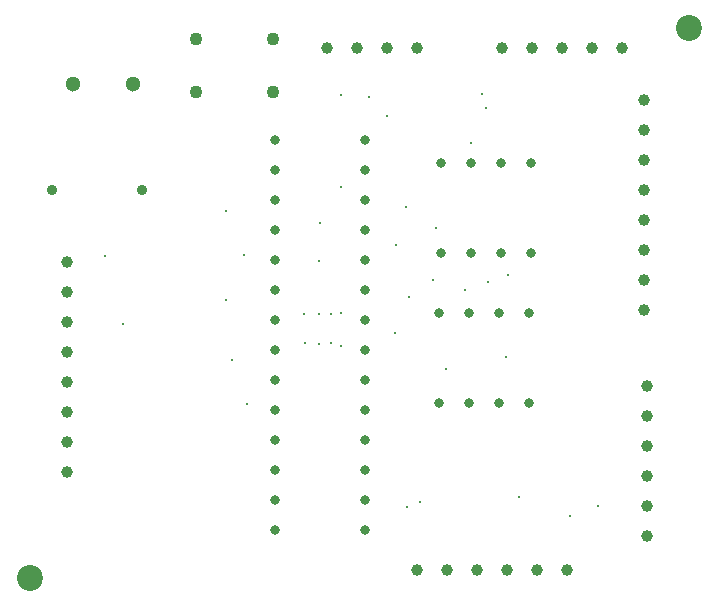
<source format=gbr>
%TF.GenerationSoftware,KiCad,Pcbnew,8.0.7*%
%TF.CreationDate,2025-04-27T20:59:50+03:00*%
%TF.ProjectId,data_logger_atmega_eeprom,64617461-5f6c-46f6-9767-65725f61746d,rev?*%
%TF.SameCoordinates,Original*%
%TF.FileFunction,Plated,1,2,PTH,Drill*%
%TF.FilePolarity,Positive*%
%FSLAX46Y46*%
G04 Gerber Fmt 4.6, Leading zero omitted, Abs format (unit mm)*
G04 Created by KiCad (PCBNEW 8.0.7) date 2025-04-27 20:59:50*
%MOMM*%
%LPD*%
G01*
G04 APERTURE LIST*
%TA.AperFunction,ViaDrill*%
%ADD10C,0.300000*%
%TD*%
%TA.AperFunction,ComponentDrill*%
%ADD11C,0.800000*%
%TD*%
%TA.AperFunction,ComponentDrill*%
%ADD12C,0.900000*%
%TD*%
%TA.AperFunction,ComponentDrill*%
%ADD13C,1.000000*%
%TD*%
%TA.AperFunction,ComponentDrill*%
%ADD14C,1.100000*%
%TD*%
%TA.AperFunction,ComponentDrill*%
%ADD15C,1.300000*%
%TD*%
%TA.AperFunction,ComponentDrill*%
%ADD16C,2.200000*%
%TD*%
G04 APERTURE END LIST*
D10*
X133480000Y-68590000D03*
X135060000Y-74320000D03*
X143780000Y-64760000D03*
X143780000Y-72290000D03*
X144270000Y-77380000D03*
X145280000Y-68500000D03*
X145540000Y-81100000D03*
X150390000Y-73470000D03*
X150460000Y-75970000D03*
X151600000Y-69000000D03*
X151600000Y-73530000D03*
X151600000Y-76070000D03*
X151690000Y-65820000D03*
X152660000Y-73530000D03*
X152680000Y-75960000D03*
X153490000Y-54930000D03*
X153500000Y-73380000D03*
X153500000Y-76180000D03*
X153540000Y-62760000D03*
X155890000Y-55160000D03*
X157410000Y-56740000D03*
X158060000Y-75130000D03*
X158185735Y-67634265D03*
X159000000Y-64420000D03*
X159059265Y-89839265D03*
X159240000Y-72040000D03*
X160210000Y-89370000D03*
X161320000Y-70594643D03*
X161535735Y-66244265D03*
X162430000Y-78150000D03*
X164020000Y-71440000D03*
X164490000Y-59038530D03*
X165420000Y-54840000D03*
X165760000Y-56071470D03*
X165930000Y-70790000D03*
X167490000Y-77170000D03*
X167630000Y-70190000D03*
X168570000Y-89010000D03*
X172880000Y-90580000D03*
X175290000Y-89720000D03*
D11*
%TO.C,U1*%
X147890000Y-58740000D03*
X147890000Y-61280000D03*
X147890000Y-63820000D03*
X147890000Y-66360000D03*
X147890000Y-68900000D03*
X147890000Y-71440000D03*
X147890000Y-73980000D03*
X147890000Y-76520000D03*
X147890000Y-79060000D03*
X147890000Y-81600000D03*
X147890000Y-84140000D03*
X147890000Y-86680000D03*
X147890000Y-89220000D03*
X147890000Y-91760000D03*
X155510000Y-58740000D03*
X155510000Y-61280000D03*
X155510000Y-63820000D03*
X155510000Y-66360000D03*
X155510000Y-68900000D03*
X155510000Y-71440000D03*
X155510000Y-73980000D03*
X155510000Y-76520000D03*
X155510000Y-79060000D03*
X155510000Y-81600000D03*
X155510000Y-84140000D03*
X155510000Y-86680000D03*
X155510000Y-89220000D03*
X155510000Y-91760000D03*
%TO.C,U2*%
X161820000Y-73410000D03*
X161820000Y-81030000D03*
%TO.C,U3*%
X161950000Y-60730000D03*
X161950000Y-68350000D03*
%TO.C,U2*%
X164360000Y-73410000D03*
X164360000Y-81030000D03*
%TO.C,U3*%
X164490000Y-60730000D03*
X164490000Y-68350000D03*
%TO.C,U2*%
X166900000Y-73410000D03*
X166900000Y-81030000D03*
%TO.C,U3*%
X167030000Y-60730000D03*
X167030000Y-68350000D03*
%TO.C,U2*%
X169440000Y-73410000D03*
X169440000Y-81030000D03*
%TO.C,U3*%
X169570000Y-60730000D03*
X169570000Y-68350000D03*
D12*
%TO.C,D1*%
X129010000Y-63030000D03*
X136630000Y-63030000D03*
D13*
%TO.C,J5*%
X130310000Y-69120000D03*
X130310000Y-71660000D03*
X130310000Y-74200000D03*
X130310000Y-76740000D03*
X130310000Y-79280000D03*
X130310000Y-81820000D03*
X130310000Y-84360000D03*
X130310000Y-86900000D03*
%TO.C,J1*%
X152290000Y-50990000D03*
X154830000Y-50990000D03*
X157370000Y-50990000D03*
X159910000Y-50990000D03*
%TO.C,J3*%
X159930000Y-95150000D03*
X162470000Y-95150000D03*
X165010000Y-95150000D03*
%TO.C,J2*%
X167110000Y-50940000D03*
%TO.C,J3*%
X167550000Y-95150000D03*
%TO.C,J2*%
X169650000Y-50940000D03*
%TO.C,J3*%
X170090000Y-95150000D03*
%TO.C,J2*%
X172190000Y-50940000D03*
%TO.C,J3*%
X172630000Y-95150000D03*
%TO.C,J2*%
X174730000Y-50940000D03*
X177270000Y-50940000D03*
%TO.C,J6*%
X179150000Y-55405000D03*
X179150000Y-57945000D03*
X179150000Y-60485000D03*
X179150000Y-63025000D03*
X179150000Y-65565000D03*
X179150000Y-68105000D03*
X179150000Y-70645000D03*
X179150000Y-73185000D03*
%TO.C,J4*%
X179430000Y-79610000D03*
X179430000Y-82150000D03*
X179430000Y-84690000D03*
X179430000Y-87230000D03*
X179430000Y-89770000D03*
X179430000Y-92310000D03*
D14*
%TO.C,SW1*%
X141230000Y-50200000D03*
X141230000Y-54700000D03*
X147730000Y-50200000D03*
X147730000Y-54700000D03*
D15*
%TO.C,J7*%
X130815000Y-54025000D03*
X135895000Y-54025000D03*
D16*
%TO.C,H2*%
X127180000Y-95810000D03*
%TO.C,H1*%
X182960000Y-49250000D03*
M02*

</source>
